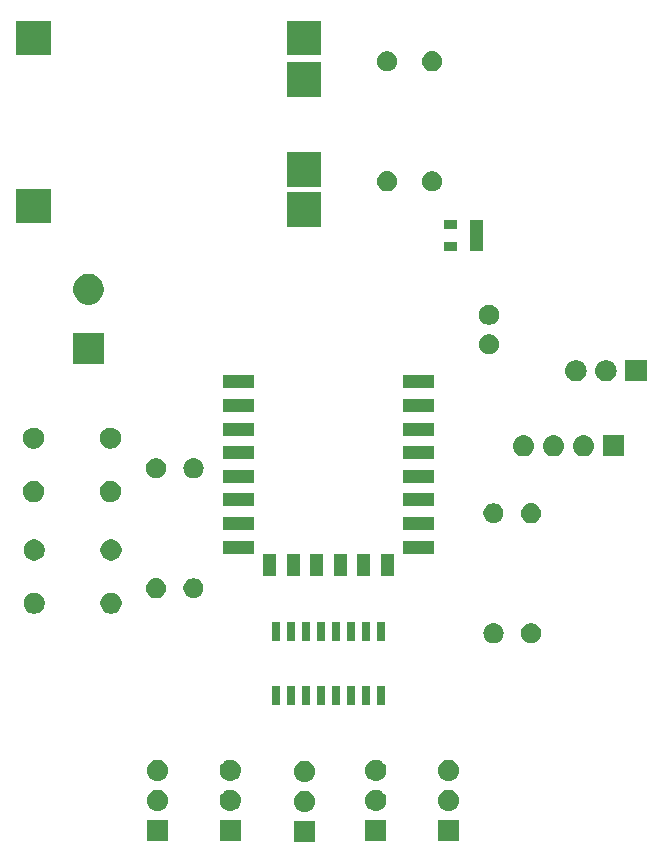
<source format=gbr>
G04 #@! TF.GenerationSoftware,KiCad,Pcbnew,5.0.2-bee76a0~70~ubuntu16.04.1*
G04 #@! TF.CreationDate,2019-08-20T20:13:55+02:00*
G04 #@! TF.ProjectId,connected_garden_pcb,636f6e6e-6563-4746-9564-5f6761726465,rev?*
G04 #@! TF.SameCoordinates,Original*
G04 #@! TF.FileFunction,Soldermask,Top*
G04 #@! TF.FilePolarity,Negative*
%FSLAX46Y46*%
G04 Gerber Fmt 4.6, Leading zero omitted, Abs format (unit mm)*
G04 Created by KiCad (PCBNEW 5.0.2-bee76a0~70~ubuntu16.04.1) date mar. 20 août 2019 20:13:55 CEST*
%MOMM*%
%LPD*%
G01*
G04 APERTURE LIST*
%ADD10C,0.100000*%
G04 APERTURE END LIST*
D10*
G36*
X39509000Y-83705000D02*
X37707000Y-83705000D01*
X37707000Y-81903000D01*
X39509000Y-81903000D01*
X39509000Y-83705000D01*
X39509000Y-83705000D01*
G37*
G36*
X33226968Y-83631712D02*
X31424968Y-83631712D01*
X31424968Y-81829712D01*
X33226968Y-81829712D01*
X33226968Y-83631712D01*
X33226968Y-83631712D01*
G37*
G36*
X27068958Y-83631712D02*
X25266958Y-83631712D01*
X25266958Y-81829712D01*
X27068958Y-81829712D01*
X27068958Y-83631712D01*
X27068958Y-83631712D01*
G37*
G36*
X51701000Y-83631712D02*
X49899000Y-83631712D01*
X49899000Y-81829712D01*
X51701000Y-81829712D01*
X51701000Y-83631712D01*
X51701000Y-83631712D01*
G37*
G36*
X45542988Y-83631712D02*
X43740988Y-83631712D01*
X43740988Y-81829712D01*
X45542988Y-81829712D01*
X45542988Y-83631712D01*
X45542988Y-83631712D01*
G37*
G36*
X38718442Y-79369518D02*
X38784627Y-79376037D01*
X38897853Y-79410384D01*
X38954467Y-79427557D01*
X39093087Y-79501652D01*
X39110991Y-79511222D01*
X39146729Y-79540552D01*
X39248186Y-79623814D01*
X39331448Y-79725271D01*
X39360778Y-79761009D01*
X39360779Y-79761011D01*
X39444443Y-79917533D01*
X39444443Y-79917534D01*
X39495963Y-80087373D01*
X39513359Y-80264000D01*
X39495963Y-80440627D01*
X39466675Y-80537178D01*
X39444443Y-80610467D01*
X39399953Y-80693701D01*
X39360778Y-80766991D01*
X39331448Y-80802729D01*
X39248186Y-80904186D01*
X39146729Y-80987448D01*
X39110991Y-81016778D01*
X39110989Y-81016779D01*
X38954467Y-81100443D01*
X38897853Y-81117616D01*
X38784627Y-81151963D01*
X38718443Y-81158481D01*
X38652260Y-81165000D01*
X38563740Y-81165000D01*
X38497557Y-81158481D01*
X38431373Y-81151963D01*
X38318147Y-81117616D01*
X38261533Y-81100443D01*
X38105011Y-81016779D01*
X38105009Y-81016778D01*
X38069271Y-80987448D01*
X37967814Y-80904186D01*
X37884552Y-80802729D01*
X37855222Y-80766991D01*
X37816047Y-80693701D01*
X37771557Y-80610467D01*
X37749325Y-80537178D01*
X37720037Y-80440627D01*
X37702641Y-80264000D01*
X37720037Y-80087373D01*
X37771557Y-79917534D01*
X37771557Y-79917533D01*
X37855221Y-79761011D01*
X37855222Y-79761009D01*
X37884552Y-79725271D01*
X37967814Y-79623814D01*
X38069271Y-79540552D01*
X38105009Y-79511222D01*
X38122913Y-79501652D01*
X38261533Y-79427557D01*
X38318147Y-79410384D01*
X38431373Y-79376037D01*
X38497558Y-79369518D01*
X38563740Y-79363000D01*
X38652260Y-79363000D01*
X38718442Y-79369518D01*
X38718442Y-79369518D01*
G37*
G36*
X44752431Y-79296231D02*
X44818615Y-79302749D01*
X44931841Y-79337096D01*
X44988455Y-79354269D01*
X45029179Y-79376037D01*
X45144979Y-79437934D01*
X45180717Y-79467264D01*
X45282174Y-79550526D01*
X45365436Y-79651983D01*
X45394766Y-79687721D01*
X45394767Y-79687723D01*
X45478431Y-79844245D01*
X45478431Y-79844246D01*
X45529951Y-80014085D01*
X45547347Y-80190712D01*
X45529951Y-80367339D01*
X45507720Y-80440625D01*
X45478431Y-80537179D01*
X45439257Y-80610467D01*
X45394766Y-80693703D01*
X45365436Y-80729441D01*
X45282174Y-80830898D01*
X45192872Y-80904185D01*
X45144979Y-80943490D01*
X45144977Y-80943491D01*
X44988455Y-81027155D01*
X44931841Y-81044328D01*
X44818615Y-81078675D01*
X44752430Y-81085194D01*
X44686248Y-81091712D01*
X44597728Y-81091712D01*
X44531546Y-81085194D01*
X44465361Y-81078675D01*
X44352135Y-81044328D01*
X44295521Y-81027155D01*
X44138999Y-80943491D01*
X44138997Y-80943490D01*
X44091104Y-80904185D01*
X44001802Y-80830898D01*
X43918540Y-80729441D01*
X43889210Y-80693703D01*
X43844719Y-80610467D01*
X43805545Y-80537179D01*
X43776256Y-80440625D01*
X43754025Y-80367339D01*
X43736629Y-80190712D01*
X43754025Y-80014085D01*
X43805545Y-79844246D01*
X43805545Y-79844245D01*
X43889209Y-79687723D01*
X43889210Y-79687721D01*
X43918540Y-79651983D01*
X44001802Y-79550526D01*
X44103259Y-79467264D01*
X44138997Y-79437934D01*
X44254797Y-79376037D01*
X44295521Y-79354269D01*
X44352135Y-79337096D01*
X44465361Y-79302749D01*
X44531545Y-79296231D01*
X44597728Y-79289712D01*
X44686248Y-79289712D01*
X44752431Y-79296231D01*
X44752431Y-79296231D01*
G37*
G36*
X50910443Y-79296231D02*
X50976627Y-79302749D01*
X51089853Y-79337096D01*
X51146467Y-79354269D01*
X51187191Y-79376037D01*
X51302991Y-79437934D01*
X51338729Y-79467264D01*
X51440186Y-79550526D01*
X51523448Y-79651983D01*
X51552778Y-79687721D01*
X51552779Y-79687723D01*
X51636443Y-79844245D01*
X51636443Y-79844246D01*
X51687963Y-80014085D01*
X51705359Y-80190712D01*
X51687963Y-80367339D01*
X51665732Y-80440625D01*
X51636443Y-80537179D01*
X51597269Y-80610467D01*
X51552778Y-80693703D01*
X51523448Y-80729441D01*
X51440186Y-80830898D01*
X51350884Y-80904185D01*
X51302991Y-80943490D01*
X51302989Y-80943491D01*
X51146467Y-81027155D01*
X51089853Y-81044328D01*
X50976627Y-81078675D01*
X50910442Y-81085194D01*
X50844260Y-81091712D01*
X50755740Y-81091712D01*
X50689558Y-81085194D01*
X50623373Y-81078675D01*
X50510147Y-81044328D01*
X50453533Y-81027155D01*
X50297011Y-80943491D01*
X50297009Y-80943490D01*
X50249116Y-80904185D01*
X50159814Y-80830898D01*
X50076552Y-80729441D01*
X50047222Y-80693703D01*
X50002731Y-80610467D01*
X49963557Y-80537179D01*
X49934268Y-80440625D01*
X49912037Y-80367339D01*
X49894641Y-80190712D01*
X49912037Y-80014085D01*
X49963557Y-79844246D01*
X49963557Y-79844245D01*
X50047221Y-79687723D01*
X50047222Y-79687721D01*
X50076552Y-79651983D01*
X50159814Y-79550526D01*
X50261271Y-79467264D01*
X50297009Y-79437934D01*
X50412809Y-79376037D01*
X50453533Y-79354269D01*
X50510147Y-79337096D01*
X50623373Y-79302749D01*
X50689557Y-79296231D01*
X50755740Y-79289712D01*
X50844260Y-79289712D01*
X50910443Y-79296231D01*
X50910443Y-79296231D01*
G37*
G36*
X32436411Y-79296231D02*
X32502595Y-79302749D01*
X32615821Y-79337096D01*
X32672435Y-79354269D01*
X32713159Y-79376037D01*
X32828959Y-79437934D01*
X32864697Y-79467264D01*
X32966154Y-79550526D01*
X33049416Y-79651983D01*
X33078746Y-79687721D01*
X33078747Y-79687723D01*
X33162411Y-79844245D01*
X33162411Y-79844246D01*
X33213931Y-80014085D01*
X33231327Y-80190712D01*
X33213931Y-80367339D01*
X33191700Y-80440625D01*
X33162411Y-80537179D01*
X33123237Y-80610467D01*
X33078746Y-80693703D01*
X33049416Y-80729441D01*
X32966154Y-80830898D01*
X32876852Y-80904185D01*
X32828959Y-80943490D01*
X32828957Y-80943491D01*
X32672435Y-81027155D01*
X32615821Y-81044328D01*
X32502595Y-81078675D01*
X32436410Y-81085194D01*
X32370228Y-81091712D01*
X32281708Y-81091712D01*
X32215526Y-81085194D01*
X32149341Y-81078675D01*
X32036115Y-81044328D01*
X31979501Y-81027155D01*
X31822979Y-80943491D01*
X31822977Y-80943490D01*
X31775084Y-80904185D01*
X31685782Y-80830898D01*
X31602520Y-80729441D01*
X31573190Y-80693703D01*
X31528699Y-80610467D01*
X31489525Y-80537179D01*
X31460236Y-80440625D01*
X31438005Y-80367339D01*
X31420609Y-80190712D01*
X31438005Y-80014085D01*
X31489525Y-79844246D01*
X31489525Y-79844245D01*
X31573189Y-79687723D01*
X31573190Y-79687721D01*
X31602520Y-79651983D01*
X31685782Y-79550526D01*
X31787239Y-79467264D01*
X31822977Y-79437934D01*
X31938777Y-79376037D01*
X31979501Y-79354269D01*
X32036115Y-79337096D01*
X32149341Y-79302749D01*
X32215525Y-79296231D01*
X32281708Y-79289712D01*
X32370228Y-79289712D01*
X32436411Y-79296231D01*
X32436411Y-79296231D01*
G37*
G36*
X26278401Y-79296231D02*
X26344585Y-79302749D01*
X26457811Y-79337096D01*
X26514425Y-79354269D01*
X26555149Y-79376037D01*
X26670949Y-79437934D01*
X26706687Y-79467264D01*
X26808144Y-79550526D01*
X26891406Y-79651983D01*
X26920736Y-79687721D01*
X26920737Y-79687723D01*
X27004401Y-79844245D01*
X27004401Y-79844246D01*
X27055921Y-80014085D01*
X27073317Y-80190712D01*
X27055921Y-80367339D01*
X27033690Y-80440625D01*
X27004401Y-80537179D01*
X26965227Y-80610467D01*
X26920736Y-80693703D01*
X26891406Y-80729441D01*
X26808144Y-80830898D01*
X26718842Y-80904185D01*
X26670949Y-80943490D01*
X26670947Y-80943491D01*
X26514425Y-81027155D01*
X26457811Y-81044328D01*
X26344585Y-81078675D01*
X26278400Y-81085194D01*
X26212218Y-81091712D01*
X26123698Y-81091712D01*
X26057516Y-81085194D01*
X25991331Y-81078675D01*
X25878105Y-81044328D01*
X25821491Y-81027155D01*
X25664969Y-80943491D01*
X25664967Y-80943490D01*
X25617074Y-80904185D01*
X25527772Y-80830898D01*
X25444510Y-80729441D01*
X25415180Y-80693703D01*
X25370689Y-80610467D01*
X25331515Y-80537179D01*
X25302226Y-80440625D01*
X25279995Y-80367339D01*
X25262599Y-80190712D01*
X25279995Y-80014085D01*
X25331515Y-79844246D01*
X25331515Y-79844245D01*
X25415179Y-79687723D01*
X25415180Y-79687721D01*
X25444510Y-79651983D01*
X25527772Y-79550526D01*
X25629229Y-79467264D01*
X25664967Y-79437934D01*
X25780767Y-79376037D01*
X25821491Y-79354269D01*
X25878105Y-79337096D01*
X25991331Y-79302749D01*
X26057515Y-79296231D01*
X26123698Y-79289712D01*
X26212218Y-79289712D01*
X26278401Y-79296231D01*
X26278401Y-79296231D01*
G37*
G36*
X38718443Y-76829519D02*
X38784627Y-76836037D01*
X38897853Y-76870384D01*
X38954467Y-76887557D01*
X39093087Y-76961652D01*
X39110991Y-76971222D01*
X39146729Y-77000552D01*
X39248186Y-77083814D01*
X39331448Y-77185271D01*
X39360778Y-77221009D01*
X39360779Y-77221011D01*
X39444443Y-77377533D01*
X39444443Y-77377534D01*
X39495963Y-77547373D01*
X39513359Y-77724000D01*
X39495963Y-77900627D01*
X39466675Y-77997178D01*
X39444443Y-78070467D01*
X39399953Y-78153701D01*
X39360778Y-78226991D01*
X39331448Y-78262729D01*
X39248186Y-78364186D01*
X39146729Y-78447448D01*
X39110991Y-78476778D01*
X39110989Y-78476779D01*
X38954467Y-78560443D01*
X38897853Y-78577616D01*
X38784627Y-78611963D01*
X38718442Y-78618482D01*
X38652260Y-78625000D01*
X38563740Y-78625000D01*
X38497558Y-78618482D01*
X38431373Y-78611963D01*
X38318147Y-78577616D01*
X38261533Y-78560443D01*
X38105011Y-78476779D01*
X38105009Y-78476778D01*
X38069271Y-78447448D01*
X37967814Y-78364186D01*
X37884552Y-78262729D01*
X37855222Y-78226991D01*
X37816047Y-78153701D01*
X37771557Y-78070467D01*
X37749325Y-77997178D01*
X37720037Y-77900627D01*
X37702641Y-77724000D01*
X37720037Y-77547373D01*
X37771557Y-77377534D01*
X37771557Y-77377533D01*
X37855221Y-77221011D01*
X37855222Y-77221009D01*
X37884552Y-77185271D01*
X37967814Y-77083814D01*
X38069271Y-77000552D01*
X38105009Y-76971222D01*
X38122913Y-76961652D01*
X38261533Y-76887557D01*
X38318147Y-76870384D01*
X38431373Y-76836037D01*
X38497557Y-76829519D01*
X38563740Y-76823000D01*
X38652260Y-76823000D01*
X38718443Y-76829519D01*
X38718443Y-76829519D01*
G37*
G36*
X50910442Y-76756230D02*
X50976627Y-76762749D01*
X51089853Y-76797096D01*
X51146467Y-76814269D01*
X51187191Y-76836037D01*
X51302991Y-76897934D01*
X51338729Y-76927264D01*
X51440186Y-77010526D01*
X51523448Y-77111983D01*
X51552778Y-77147721D01*
X51552779Y-77147723D01*
X51636443Y-77304245D01*
X51636443Y-77304246D01*
X51687963Y-77474085D01*
X51705359Y-77650712D01*
X51687963Y-77827339D01*
X51665732Y-77900625D01*
X51636443Y-77997179D01*
X51597269Y-78070467D01*
X51552778Y-78153703D01*
X51523448Y-78189441D01*
X51440186Y-78290898D01*
X51350884Y-78364185D01*
X51302991Y-78403490D01*
X51302989Y-78403491D01*
X51146467Y-78487155D01*
X51089853Y-78504328D01*
X50976627Y-78538675D01*
X50910442Y-78545194D01*
X50844260Y-78551712D01*
X50755740Y-78551712D01*
X50689558Y-78545194D01*
X50623373Y-78538675D01*
X50510147Y-78504328D01*
X50453533Y-78487155D01*
X50297011Y-78403491D01*
X50297009Y-78403490D01*
X50249116Y-78364185D01*
X50159814Y-78290898D01*
X50076552Y-78189441D01*
X50047222Y-78153703D01*
X50002731Y-78070467D01*
X49963557Y-77997179D01*
X49934268Y-77900625D01*
X49912037Y-77827339D01*
X49894641Y-77650712D01*
X49912037Y-77474085D01*
X49963557Y-77304246D01*
X49963557Y-77304245D01*
X50047221Y-77147723D01*
X50047222Y-77147721D01*
X50076552Y-77111983D01*
X50159814Y-77010526D01*
X50261271Y-76927264D01*
X50297009Y-76897934D01*
X50412809Y-76836037D01*
X50453533Y-76814269D01*
X50510147Y-76797096D01*
X50623373Y-76762749D01*
X50689558Y-76756230D01*
X50755740Y-76749712D01*
X50844260Y-76749712D01*
X50910442Y-76756230D01*
X50910442Y-76756230D01*
G37*
G36*
X44752430Y-76756230D02*
X44818615Y-76762749D01*
X44931841Y-76797096D01*
X44988455Y-76814269D01*
X45029179Y-76836037D01*
X45144979Y-76897934D01*
X45180717Y-76927264D01*
X45282174Y-77010526D01*
X45365436Y-77111983D01*
X45394766Y-77147721D01*
X45394767Y-77147723D01*
X45478431Y-77304245D01*
X45478431Y-77304246D01*
X45529951Y-77474085D01*
X45547347Y-77650712D01*
X45529951Y-77827339D01*
X45507720Y-77900625D01*
X45478431Y-77997179D01*
X45439257Y-78070467D01*
X45394766Y-78153703D01*
X45365436Y-78189441D01*
X45282174Y-78290898D01*
X45192872Y-78364185D01*
X45144979Y-78403490D01*
X45144977Y-78403491D01*
X44988455Y-78487155D01*
X44931841Y-78504328D01*
X44818615Y-78538675D01*
X44752430Y-78545194D01*
X44686248Y-78551712D01*
X44597728Y-78551712D01*
X44531546Y-78545194D01*
X44465361Y-78538675D01*
X44352135Y-78504328D01*
X44295521Y-78487155D01*
X44138999Y-78403491D01*
X44138997Y-78403490D01*
X44091104Y-78364185D01*
X44001802Y-78290898D01*
X43918540Y-78189441D01*
X43889210Y-78153703D01*
X43844719Y-78070467D01*
X43805545Y-77997179D01*
X43776256Y-77900625D01*
X43754025Y-77827339D01*
X43736629Y-77650712D01*
X43754025Y-77474085D01*
X43805545Y-77304246D01*
X43805545Y-77304245D01*
X43889209Y-77147723D01*
X43889210Y-77147721D01*
X43918540Y-77111983D01*
X44001802Y-77010526D01*
X44103259Y-76927264D01*
X44138997Y-76897934D01*
X44254797Y-76836037D01*
X44295521Y-76814269D01*
X44352135Y-76797096D01*
X44465361Y-76762749D01*
X44531546Y-76756230D01*
X44597728Y-76749712D01*
X44686248Y-76749712D01*
X44752430Y-76756230D01*
X44752430Y-76756230D01*
G37*
G36*
X26278400Y-76756230D02*
X26344585Y-76762749D01*
X26457811Y-76797096D01*
X26514425Y-76814269D01*
X26555149Y-76836037D01*
X26670949Y-76897934D01*
X26706687Y-76927264D01*
X26808144Y-77010526D01*
X26891406Y-77111983D01*
X26920736Y-77147721D01*
X26920737Y-77147723D01*
X27004401Y-77304245D01*
X27004401Y-77304246D01*
X27055921Y-77474085D01*
X27073317Y-77650712D01*
X27055921Y-77827339D01*
X27033690Y-77900625D01*
X27004401Y-77997179D01*
X26965227Y-78070467D01*
X26920736Y-78153703D01*
X26891406Y-78189441D01*
X26808144Y-78290898D01*
X26718842Y-78364185D01*
X26670949Y-78403490D01*
X26670947Y-78403491D01*
X26514425Y-78487155D01*
X26457811Y-78504328D01*
X26344585Y-78538675D01*
X26278400Y-78545194D01*
X26212218Y-78551712D01*
X26123698Y-78551712D01*
X26057516Y-78545194D01*
X25991331Y-78538675D01*
X25878105Y-78504328D01*
X25821491Y-78487155D01*
X25664969Y-78403491D01*
X25664967Y-78403490D01*
X25617074Y-78364185D01*
X25527772Y-78290898D01*
X25444510Y-78189441D01*
X25415180Y-78153703D01*
X25370689Y-78070467D01*
X25331515Y-77997179D01*
X25302226Y-77900625D01*
X25279995Y-77827339D01*
X25262599Y-77650712D01*
X25279995Y-77474085D01*
X25331515Y-77304246D01*
X25331515Y-77304245D01*
X25415179Y-77147723D01*
X25415180Y-77147721D01*
X25444510Y-77111983D01*
X25527772Y-77010526D01*
X25629229Y-76927264D01*
X25664967Y-76897934D01*
X25780767Y-76836037D01*
X25821491Y-76814269D01*
X25878105Y-76797096D01*
X25991331Y-76762749D01*
X26057516Y-76756230D01*
X26123698Y-76749712D01*
X26212218Y-76749712D01*
X26278400Y-76756230D01*
X26278400Y-76756230D01*
G37*
G36*
X32436410Y-76756230D02*
X32502595Y-76762749D01*
X32615821Y-76797096D01*
X32672435Y-76814269D01*
X32713159Y-76836037D01*
X32828959Y-76897934D01*
X32864697Y-76927264D01*
X32966154Y-77010526D01*
X33049416Y-77111983D01*
X33078746Y-77147721D01*
X33078747Y-77147723D01*
X33162411Y-77304245D01*
X33162411Y-77304246D01*
X33213931Y-77474085D01*
X33231327Y-77650712D01*
X33213931Y-77827339D01*
X33191700Y-77900625D01*
X33162411Y-77997179D01*
X33123237Y-78070467D01*
X33078746Y-78153703D01*
X33049416Y-78189441D01*
X32966154Y-78290898D01*
X32876852Y-78364185D01*
X32828959Y-78403490D01*
X32828957Y-78403491D01*
X32672435Y-78487155D01*
X32615821Y-78504328D01*
X32502595Y-78538675D01*
X32436410Y-78545194D01*
X32370228Y-78551712D01*
X32281708Y-78551712D01*
X32215526Y-78545194D01*
X32149341Y-78538675D01*
X32036115Y-78504328D01*
X31979501Y-78487155D01*
X31822979Y-78403491D01*
X31822977Y-78403490D01*
X31775084Y-78364185D01*
X31685782Y-78290898D01*
X31602520Y-78189441D01*
X31573190Y-78153703D01*
X31528699Y-78070467D01*
X31489525Y-77997179D01*
X31460236Y-77900625D01*
X31438005Y-77827339D01*
X31420609Y-77650712D01*
X31438005Y-77474085D01*
X31489525Y-77304246D01*
X31489525Y-77304245D01*
X31573189Y-77147723D01*
X31573190Y-77147721D01*
X31602520Y-77111983D01*
X31685782Y-77010526D01*
X31787239Y-76927264D01*
X31822977Y-76897934D01*
X31938777Y-76836037D01*
X31979501Y-76814269D01*
X32036115Y-76797096D01*
X32149341Y-76762749D01*
X32215526Y-76756230D01*
X32281708Y-76749712D01*
X32370228Y-76749712D01*
X32436410Y-76756230D01*
X32436410Y-76756230D01*
G37*
G36*
X37816000Y-72081000D02*
X37114000Y-72081000D01*
X37114000Y-70479000D01*
X37816000Y-70479000D01*
X37816000Y-72081000D01*
X37816000Y-72081000D01*
G37*
G36*
X44166000Y-72081000D02*
X43464000Y-72081000D01*
X43464000Y-70479000D01*
X44166000Y-70479000D01*
X44166000Y-72081000D01*
X44166000Y-72081000D01*
G37*
G36*
X42896000Y-72081000D02*
X42194000Y-72081000D01*
X42194000Y-70479000D01*
X42896000Y-70479000D01*
X42896000Y-72081000D01*
X42896000Y-72081000D01*
G37*
G36*
X41626000Y-72081000D02*
X40924000Y-72081000D01*
X40924000Y-70479000D01*
X41626000Y-70479000D01*
X41626000Y-72081000D01*
X41626000Y-72081000D01*
G37*
G36*
X40356000Y-72081000D02*
X39654000Y-72081000D01*
X39654000Y-70479000D01*
X40356000Y-70479000D01*
X40356000Y-72081000D01*
X40356000Y-72081000D01*
G37*
G36*
X39086000Y-72081000D02*
X38384000Y-72081000D01*
X38384000Y-70479000D01*
X39086000Y-70479000D01*
X39086000Y-72081000D01*
X39086000Y-72081000D01*
G37*
G36*
X36546000Y-72081000D02*
X35844000Y-72081000D01*
X35844000Y-70479000D01*
X36546000Y-70479000D01*
X36546000Y-72081000D01*
X36546000Y-72081000D01*
G37*
G36*
X45436000Y-72081000D02*
X44734000Y-72081000D01*
X44734000Y-70479000D01*
X45436000Y-70479000D01*
X45436000Y-72081000D01*
X45436000Y-72081000D01*
G37*
G36*
X54776821Y-65201313D02*
X54776824Y-65201314D01*
X54776825Y-65201314D01*
X54937239Y-65249975D01*
X54937241Y-65249976D01*
X54937244Y-65249977D01*
X55085078Y-65328995D01*
X55214659Y-65435341D01*
X55321005Y-65564922D01*
X55400023Y-65712756D01*
X55400024Y-65712759D01*
X55400025Y-65712761D01*
X55448686Y-65873175D01*
X55448687Y-65873179D01*
X55465117Y-66040000D01*
X55448687Y-66206821D01*
X55448686Y-66206824D01*
X55448686Y-66206825D01*
X55423993Y-66288228D01*
X55400023Y-66367244D01*
X55321005Y-66515078D01*
X55214659Y-66644659D01*
X55085078Y-66751005D01*
X54937244Y-66830023D01*
X54937241Y-66830024D01*
X54937239Y-66830025D01*
X54776825Y-66878686D01*
X54776824Y-66878686D01*
X54776821Y-66878687D01*
X54651804Y-66891000D01*
X54568196Y-66891000D01*
X54443179Y-66878687D01*
X54443176Y-66878686D01*
X54443175Y-66878686D01*
X54282761Y-66830025D01*
X54282759Y-66830024D01*
X54282756Y-66830023D01*
X54134922Y-66751005D01*
X54005341Y-66644659D01*
X53898995Y-66515078D01*
X53819977Y-66367244D01*
X53796008Y-66288228D01*
X53771314Y-66206825D01*
X53771314Y-66206824D01*
X53771313Y-66206821D01*
X53754883Y-66040000D01*
X53771313Y-65873179D01*
X53771314Y-65873175D01*
X53819975Y-65712761D01*
X53819976Y-65712759D01*
X53819977Y-65712756D01*
X53898995Y-65564922D01*
X54005341Y-65435341D01*
X54134922Y-65328995D01*
X54282756Y-65249977D01*
X54282759Y-65249976D01*
X54282761Y-65249975D01*
X54443175Y-65201314D01*
X54443176Y-65201314D01*
X54443179Y-65201313D01*
X54568196Y-65189000D01*
X54651804Y-65189000D01*
X54776821Y-65201313D01*
X54776821Y-65201313D01*
G37*
G36*
X58033228Y-65221703D02*
X58188100Y-65285853D01*
X58327481Y-65378985D01*
X58446015Y-65497519D01*
X58539147Y-65636900D01*
X58603297Y-65791772D01*
X58636000Y-65956184D01*
X58636000Y-66123816D01*
X58603297Y-66288228D01*
X58539147Y-66443100D01*
X58446015Y-66582481D01*
X58327481Y-66701015D01*
X58188100Y-66794147D01*
X58033228Y-66858297D01*
X57868816Y-66891000D01*
X57701184Y-66891000D01*
X57536772Y-66858297D01*
X57381900Y-66794147D01*
X57242519Y-66701015D01*
X57123985Y-66582481D01*
X57030853Y-66443100D01*
X56966703Y-66288228D01*
X56934000Y-66123816D01*
X56934000Y-65956184D01*
X56966703Y-65791772D01*
X57030853Y-65636900D01*
X57123985Y-65497519D01*
X57242519Y-65378985D01*
X57381900Y-65285853D01*
X57536772Y-65221703D01*
X57701184Y-65189000D01*
X57868816Y-65189000D01*
X58033228Y-65221703D01*
X58033228Y-65221703D01*
G37*
G36*
X36546000Y-66681000D02*
X35844000Y-66681000D01*
X35844000Y-65079000D01*
X36546000Y-65079000D01*
X36546000Y-66681000D01*
X36546000Y-66681000D01*
G37*
G36*
X37816000Y-66681000D02*
X37114000Y-66681000D01*
X37114000Y-65079000D01*
X37816000Y-65079000D01*
X37816000Y-66681000D01*
X37816000Y-66681000D01*
G37*
G36*
X45436000Y-66681000D02*
X44734000Y-66681000D01*
X44734000Y-65079000D01*
X45436000Y-65079000D01*
X45436000Y-66681000D01*
X45436000Y-66681000D01*
G37*
G36*
X44166000Y-66681000D02*
X43464000Y-66681000D01*
X43464000Y-65079000D01*
X44166000Y-65079000D01*
X44166000Y-66681000D01*
X44166000Y-66681000D01*
G37*
G36*
X42896000Y-66681000D02*
X42194000Y-66681000D01*
X42194000Y-65079000D01*
X42896000Y-65079000D01*
X42896000Y-66681000D01*
X42896000Y-66681000D01*
G37*
G36*
X41626000Y-66681000D02*
X40924000Y-66681000D01*
X40924000Y-65079000D01*
X41626000Y-65079000D01*
X41626000Y-66681000D01*
X41626000Y-66681000D01*
G37*
G36*
X40356000Y-66681000D02*
X39654000Y-66681000D01*
X39654000Y-65079000D01*
X40356000Y-65079000D01*
X40356000Y-66681000D01*
X40356000Y-66681000D01*
G37*
G36*
X39086000Y-66681000D02*
X38384000Y-66681000D01*
X38384000Y-65079000D01*
X39086000Y-65079000D01*
X39086000Y-66681000D01*
X39086000Y-66681000D01*
G37*
G36*
X22487812Y-62633624D02*
X22651784Y-62701544D01*
X22799354Y-62800147D01*
X22924853Y-62925646D01*
X23023456Y-63073216D01*
X23091376Y-63237188D01*
X23126000Y-63411259D01*
X23126000Y-63588741D01*
X23091376Y-63762812D01*
X23023456Y-63926784D01*
X22924853Y-64074354D01*
X22799354Y-64199853D01*
X22651784Y-64298456D01*
X22487812Y-64366376D01*
X22313741Y-64401000D01*
X22136259Y-64401000D01*
X21962188Y-64366376D01*
X21798216Y-64298456D01*
X21650646Y-64199853D01*
X21525147Y-64074354D01*
X21426544Y-63926784D01*
X21358624Y-63762812D01*
X21324000Y-63588741D01*
X21324000Y-63411259D01*
X21358624Y-63237188D01*
X21426544Y-63073216D01*
X21525147Y-62925646D01*
X21650646Y-62800147D01*
X21798216Y-62701544D01*
X21962188Y-62633624D01*
X22136259Y-62599000D01*
X22313741Y-62599000D01*
X22487812Y-62633624D01*
X22487812Y-62633624D01*
G37*
G36*
X15987812Y-62633624D02*
X16151784Y-62701544D01*
X16299354Y-62800147D01*
X16424853Y-62925646D01*
X16523456Y-63073216D01*
X16591376Y-63237188D01*
X16626000Y-63411259D01*
X16626000Y-63588741D01*
X16591376Y-63762812D01*
X16523456Y-63926784D01*
X16424853Y-64074354D01*
X16299354Y-64199853D01*
X16151784Y-64298456D01*
X15987812Y-64366376D01*
X15813741Y-64401000D01*
X15636259Y-64401000D01*
X15462188Y-64366376D01*
X15298216Y-64298456D01*
X15150646Y-64199853D01*
X15025147Y-64074354D01*
X14926544Y-63926784D01*
X14858624Y-63762812D01*
X14824000Y-63588741D01*
X14824000Y-63411259D01*
X14858624Y-63237188D01*
X14926544Y-63073216D01*
X15025147Y-62925646D01*
X15150646Y-62800147D01*
X15298216Y-62701544D01*
X15462188Y-62633624D01*
X15636259Y-62599000D01*
X15813741Y-62599000D01*
X15987812Y-62633624D01*
X15987812Y-62633624D01*
G37*
G36*
X26201821Y-61391313D02*
X26201824Y-61391314D01*
X26201825Y-61391314D01*
X26362239Y-61439975D01*
X26362241Y-61439976D01*
X26362244Y-61439977D01*
X26510078Y-61518995D01*
X26639659Y-61625341D01*
X26746005Y-61754922D01*
X26825023Y-61902756D01*
X26825024Y-61902759D01*
X26825025Y-61902761D01*
X26873686Y-62063175D01*
X26873687Y-62063179D01*
X26890117Y-62230000D01*
X26873687Y-62396821D01*
X26873686Y-62396824D01*
X26873686Y-62396825D01*
X26848993Y-62478228D01*
X26825023Y-62557244D01*
X26746005Y-62705078D01*
X26639659Y-62834659D01*
X26510078Y-62941005D01*
X26362244Y-63020023D01*
X26362241Y-63020024D01*
X26362239Y-63020025D01*
X26201825Y-63068686D01*
X26201824Y-63068686D01*
X26201821Y-63068687D01*
X26076804Y-63081000D01*
X25993196Y-63081000D01*
X25868179Y-63068687D01*
X25868176Y-63068686D01*
X25868175Y-63068686D01*
X25707761Y-63020025D01*
X25707759Y-63020024D01*
X25707756Y-63020023D01*
X25559922Y-62941005D01*
X25430341Y-62834659D01*
X25323995Y-62705078D01*
X25244977Y-62557244D01*
X25221008Y-62478228D01*
X25196314Y-62396825D01*
X25196314Y-62396824D01*
X25196313Y-62396821D01*
X25179883Y-62230000D01*
X25196313Y-62063179D01*
X25196314Y-62063175D01*
X25244975Y-61902761D01*
X25244976Y-61902759D01*
X25244977Y-61902756D01*
X25323995Y-61754922D01*
X25430341Y-61625341D01*
X25559922Y-61518995D01*
X25707756Y-61439977D01*
X25707759Y-61439976D01*
X25707761Y-61439975D01*
X25868175Y-61391314D01*
X25868176Y-61391314D01*
X25868179Y-61391313D01*
X25993196Y-61379000D01*
X26076804Y-61379000D01*
X26201821Y-61391313D01*
X26201821Y-61391313D01*
G37*
G36*
X29458228Y-61411703D02*
X29613100Y-61475853D01*
X29752481Y-61568985D01*
X29871015Y-61687519D01*
X29964147Y-61826900D01*
X30028297Y-61981772D01*
X30061000Y-62146184D01*
X30061000Y-62313816D01*
X30028297Y-62478228D01*
X29964147Y-62633100D01*
X29871015Y-62772481D01*
X29752481Y-62891015D01*
X29613100Y-62984147D01*
X29458228Y-63048297D01*
X29293816Y-63081000D01*
X29126184Y-63081000D01*
X28961772Y-63048297D01*
X28806900Y-62984147D01*
X28667519Y-62891015D01*
X28548985Y-62772481D01*
X28455853Y-62633100D01*
X28391703Y-62478228D01*
X28359000Y-62313816D01*
X28359000Y-62146184D01*
X28391703Y-61981772D01*
X28455853Y-61826900D01*
X28548985Y-61687519D01*
X28667519Y-61568985D01*
X28806900Y-61475853D01*
X28961772Y-61411703D01*
X29126184Y-61379000D01*
X29293816Y-61379000D01*
X29458228Y-61411703D01*
X29458228Y-61411703D01*
G37*
G36*
X44191000Y-61211000D02*
X43089000Y-61211000D01*
X43089000Y-59309000D01*
X44191000Y-59309000D01*
X44191000Y-61211000D01*
X44191000Y-61211000D01*
G37*
G36*
X38191000Y-61211000D02*
X37089000Y-61211000D01*
X37089000Y-59309000D01*
X38191000Y-59309000D01*
X38191000Y-61211000D01*
X38191000Y-61211000D01*
G37*
G36*
X36191000Y-61211000D02*
X35089000Y-61211000D01*
X35089000Y-59309000D01*
X36191000Y-59309000D01*
X36191000Y-61211000D01*
X36191000Y-61211000D01*
G37*
G36*
X40191000Y-61211000D02*
X39089000Y-61211000D01*
X39089000Y-59309000D01*
X40191000Y-59309000D01*
X40191000Y-61211000D01*
X40191000Y-61211000D01*
G37*
G36*
X42191000Y-61211000D02*
X41089000Y-61211000D01*
X41089000Y-59309000D01*
X42191000Y-59309000D01*
X42191000Y-61211000D01*
X42191000Y-61211000D01*
G37*
G36*
X46191000Y-61211000D02*
X45089000Y-61211000D01*
X45089000Y-59309000D01*
X46191000Y-59309000D01*
X46191000Y-61211000D01*
X46191000Y-61211000D01*
G37*
G36*
X15987812Y-58133624D02*
X16151784Y-58201544D01*
X16299354Y-58300147D01*
X16424853Y-58425646D01*
X16523456Y-58573216D01*
X16591376Y-58737188D01*
X16626000Y-58911259D01*
X16626000Y-59088741D01*
X16591376Y-59262812D01*
X16523456Y-59426784D01*
X16424853Y-59574354D01*
X16299354Y-59699853D01*
X16151784Y-59798456D01*
X15987812Y-59866376D01*
X15813741Y-59901000D01*
X15636259Y-59901000D01*
X15462188Y-59866376D01*
X15298216Y-59798456D01*
X15150646Y-59699853D01*
X15025147Y-59574354D01*
X14926544Y-59426784D01*
X14858624Y-59262812D01*
X14824000Y-59088741D01*
X14824000Y-58911259D01*
X14858624Y-58737188D01*
X14926544Y-58573216D01*
X15025147Y-58425646D01*
X15150646Y-58300147D01*
X15298216Y-58201544D01*
X15462188Y-58133624D01*
X15636259Y-58099000D01*
X15813741Y-58099000D01*
X15987812Y-58133624D01*
X15987812Y-58133624D01*
G37*
G36*
X22487812Y-58133624D02*
X22651784Y-58201544D01*
X22799354Y-58300147D01*
X22924853Y-58425646D01*
X23023456Y-58573216D01*
X23091376Y-58737188D01*
X23126000Y-58911259D01*
X23126000Y-59088741D01*
X23091376Y-59262812D01*
X23023456Y-59426784D01*
X22924853Y-59574354D01*
X22799354Y-59699853D01*
X22651784Y-59798456D01*
X22487812Y-59866376D01*
X22313741Y-59901000D01*
X22136259Y-59901000D01*
X21962188Y-59866376D01*
X21798216Y-59798456D01*
X21650646Y-59699853D01*
X21525147Y-59574354D01*
X21426544Y-59426784D01*
X21358624Y-59262812D01*
X21324000Y-59088741D01*
X21324000Y-58911259D01*
X21358624Y-58737188D01*
X21426544Y-58573216D01*
X21525147Y-58425646D01*
X21650646Y-58300147D01*
X21798216Y-58201544D01*
X21962188Y-58133624D01*
X22136259Y-58099000D01*
X22313741Y-58099000D01*
X22487812Y-58133624D01*
X22487812Y-58133624D01*
G37*
G36*
X34341000Y-59311000D02*
X31739000Y-59311000D01*
X31739000Y-58209000D01*
X34341000Y-58209000D01*
X34341000Y-59311000D01*
X34341000Y-59311000D01*
G37*
G36*
X49541000Y-59311000D02*
X46939000Y-59311000D01*
X46939000Y-58209000D01*
X49541000Y-58209000D01*
X49541000Y-59311000D01*
X49541000Y-59311000D01*
G37*
G36*
X49541000Y-57311000D02*
X46939000Y-57311000D01*
X46939000Y-56209000D01*
X49541000Y-56209000D01*
X49541000Y-57311000D01*
X49541000Y-57311000D01*
G37*
G36*
X34341000Y-57311000D02*
X31739000Y-57311000D01*
X31739000Y-56209000D01*
X34341000Y-56209000D01*
X34341000Y-57311000D01*
X34341000Y-57311000D01*
G37*
G36*
X57951821Y-55041313D02*
X57951824Y-55041314D01*
X57951825Y-55041314D01*
X58112239Y-55089975D01*
X58112241Y-55089976D01*
X58112244Y-55089977D01*
X58260078Y-55168995D01*
X58389659Y-55275341D01*
X58496005Y-55404922D01*
X58575023Y-55552756D01*
X58575024Y-55552759D01*
X58575025Y-55552761D01*
X58623686Y-55713175D01*
X58623687Y-55713179D01*
X58640117Y-55880000D01*
X58623687Y-56046821D01*
X58623686Y-56046824D01*
X58623686Y-56046825D01*
X58598993Y-56128228D01*
X58575023Y-56207244D01*
X58496005Y-56355078D01*
X58389659Y-56484659D01*
X58260078Y-56591005D01*
X58112244Y-56670023D01*
X58112241Y-56670024D01*
X58112239Y-56670025D01*
X57951825Y-56718686D01*
X57951824Y-56718686D01*
X57951821Y-56718687D01*
X57826804Y-56731000D01*
X57743196Y-56731000D01*
X57618179Y-56718687D01*
X57618176Y-56718686D01*
X57618175Y-56718686D01*
X57457761Y-56670025D01*
X57457759Y-56670024D01*
X57457756Y-56670023D01*
X57309922Y-56591005D01*
X57180341Y-56484659D01*
X57073995Y-56355078D01*
X56994977Y-56207244D01*
X56971008Y-56128228D01*
X56946314Y-56046825D01*
X56946314Y-56046824D01*
X56946313Y-56046821D01*
X56929883Y-55880000D01*
X56946313Y-55713179D01*
X56946314Y-55713175D01*
X56994975Y-55552761D01*
X56994976Y-55552759D01*
X56994977Y-55552756D01*
X57073995Y-55404922D01*
X57180341Y-55275341D01*
X57309922Y-55168995D01*
X57457756Y-55089977D01*
X57457759Y-55089976D01*
X57457761Y-55089975D01*
X57618175Y-55041314D01*
X57618176Y-55041314D01*
X57618179Y-55041313D01*
X57743196Y-55029000D01*
X57826804Y-55029000D01*
X57951821Y-55041313D01*
X57951821Y-55041313D01*
G37*
G36*
X54858228Y-55061703D02*
X55013100Y-55125853D01*
X55152481Y-55218985D01*
X55271015Y-55337519D01*
X55364147Y-55476900D01*
X55428297Y-55631772D01*
X55461000Y-55796184D01*
X55461000Y-55963816D01*
X55428297Y-56128228D01*
X55364147Y-56283100D01*
X55271015Y-56422481D01*
X55152481Y-56541015D01*
X55013100Y-56634147D01*
X54858228Y-56698297D01*
X54693816Y-56731000D01*
X54526184Y-56731000D01*
X54361772Y-56698297D01*
X54206900Y-56634147D01*
X54067519Y-56541015D01*
X53948985Y-56422481D01*
X53855853Y-56283100D01*
X53791703Y-56128228D01*
X53759000Y-55963816D01*
X53759000Y-55796184D01*
X53791703Y-55631772D01*
X53855853Y-55476900D01*
X53948985Y-55337519D01*
X54067519Y-55218985D01*
X54206900Y-55125853D01*
X54361772Y-55061703D01*
X54526184Y-55029000D01*
X54693816Y-55029000D01*
X54858228Y-55061703D01*
X54858228Y-55061703D01*
G37*
G36*
X34341000Y-55311000D02*
X31739000Y-55311000D01*
X31739000Y-54209000D01*
X34341000Y-54209000D01*
X34341000Y-55311000D01*
X34341000Y-55311000D01*
G37*
G36*
X49541000Y-55311000D02*
X46939000Y-55311000D01*
X46939000Y-54209000D01*
X49541000Y-54209000D01*
X49541000Y-55311000D01*
X49541000Y-55311000D01*
G37*
G36*
X22437812Y-53163624D02*
X22601784Y-53231544D01*
X22749354Y-53330147D01*
X22874853Y-53455646D01*
X22973456Y-53603216D01*
X23041376Y-53767188D01*
X23076000Y-53941259D01*
X23076000Y-54118741D01*
X23041376Y-54292812D01*
X22973456Y-54456784D01*
X22874853Y-54604354D01*
X22749354Y-54729853D01*
X22601784Y-54828456D01*
X22437812Y-54896376D01*
X22263741Y-54931000D01*
X22086259Y-54931000D01*
X21912188Y-54896376D01*
X21748216Y-54828456D01*
X21600646Y-54729853D01*
X21475147Y-54604354D01*
X21376544Y-54456784D01*
X21308624Y-54292812D01*
X21274000Y-54118741D01*
X21274000Y-53941259D01*
X21308624Y-53767188D01*
X21376544Y-53603216D01*
X21475147Y-53455646D01*
X21600646Y-53330147D01*
X21748216Y-53231544D01*
X21912188Y-53163624D01*
X22086259Y-53129000D01*
X22263741Y-53129000D01*
X22437812Y-53163624D01*
X22437812Y-53163624D01*
G37*
G36*
X15937812Y-53163624D02*
X16101784Y-53231544D01*
X16249354Y-53330147D01*
X16374853Y-53455646D01*
X16473456Y-53603216D01*
X16541376Y-53767188D01*
X16576000Y-53941259D01*
X16576000Y-54118741D01*
X16541376Y-54292812D01*
X16473456Y-54456784D01*
X16374853Y-54604354D01*
X16249354Y-54729853D01*
X16101784Y-54828456D01*
X15937812Y-54896376D01*
X15763741Y-54931000D01*
X15586259Y-54931000D01*
X15412188Y-54896376D01*
X15248216Y-54828456D01*
X15100646Y-54729853D01*
X14975147Y-54604354D01*
X14876544Y-54456784D01*
X14808624Y-54292812D01*
X14774000Y-54118741D01*
X14774000Y-53941259D01*
X14808624Y-53767188D01*
X14876544Y-53603216D01*
X14975147Y-53455646D01*
X15100646Y-53330147D01*
X15248216Y-53231544D01*
X15412188Y-53163624D01*
X15586259Y-53129000D01*
X15763741Y-53129000D01*
X15937812Y-53163624D01*
X15937812Y-53163624D01*
G37*
G36*
X34341000Y-53311000D02*
X31739000Y-53311000D01*
X31739000Y-52209000D01*
X34341000Y-52209000D01*
X34341000Y-53311000D01*
X34341000Y-53311000D01*
G37*
G36*
X49541000Y-53311000D02*
X46939000Y-53311000D01*
X46939000Y-52209000D01*
X49541000Y-52209000D01*
X49541000Y-53311000D01*
X49541000Y-53311000D01*
G37*
G36*
X29376821Y-51231313D02*
X29376824Y-51231314D01*
X29376825Y-51231314D01*
X29537239Y-51279975D01*
X29537241Y-51279976D01*
X29537244Y-51279977D01*
X29685078Y-51358995D01*
X29814659Y-51465341D01*
X29921005Y-51594922D01*
X30000023Y-51742756D01*
X30000024Y-51742759D01*
X30000025Y-51742761D01*
X30048686Y-51903175D01*
X30048687Y-51903179D01*
X30065117Y-52070000D01*
X30048687Y-52236821D01*
X30048686Y-52236824D01*
X30048686Y-52236825D01*
X30023993Y-52318228D01*
X30000023Y-52397244D01*
X29921005Y-52545078D01*
X29814659Y-52674659D01*
X29685078Y-52781005D01*
X29537244Y-52860023D01*
X29537241Y-52860024D01*
X29537239Y-52860025D01*
X29376825Y-52908686D01*
X29376824Y-52908686D01*
X29376821Y-52908687D01*
X29251804Y-52921000D01*
X29168196Y-52921000D01*
X29043179Y-52908687D01*
X29043176Y-52908686D01*
X29043175Y-52908686D01*
X28882761Y-52860025D01*
X28882759Y-52860024D01*
X28882756Y-52860023D01*
X28734922Y-52781005D01*
X28605341Y-52674659D01*
X28498995Y-52545078D01*
X28419977Y-52397244D01*
X28396008Y-52318228D01*
X28371314Y-52236825D01*
X28371314Y-52236824D01*
X28371313Y-52236821D01*
X28354883Y-52070000D01*
X28371313Y-51903179D01*
X28371314Y-51903175D01*
X28419975Y-51742761D01*
X28419976Y-51742759D01*
X28419977Y-51742756D01*
X28498995Y-51594922D01*
X28605341Y-51465341D01*
X28734922Y-51358995D01*
X28882756Y-51279977D01*
X28882759Y-51279976D01*
X28882761Y-51279975D01*
X29043175Y-51231314D01*
X29043176Y-51231314D01*
X29043179Y-51231313D01*
X29168196Y-51219000D01*
X29251804Y-51219000D01*
X29376821Y-51231313D01*
X29376821Y-51231313D01*
G37*
G36*
X26283228Y-51251703D02*
X26438100Y-51315853D01*
X26577481Y-51408985D01*
X26696015Y-51527519D01*
X26789147Y-51666900D01*
X26853297Y-51821772D01*
X26886000Y-51986184D01*
X26886000Y-52153816D01*
X26853297Y-52318228D01*
X26789147Y-52473100D01*
X26696015Y-52612481D01*
X26577481Y-52731015D01*
X26438100Y-52824147D01*
X26283228Y-52888297D01*
X26118816Y-52921000D01*
X25951184Y-52921000D01*
X25786772Y-52888297D01*
X25631900Y-52824147D01*
X25492519Y-52731015D01*
X25373985Y-52612481D01*
X25280853Y-52473100D01*
X25216703Y-52318228D01*
X25184000Y-52153816D01*
X25184000Y-51986184D01*
X25216703Y-51821772D01*
X25280853Y-51666900D01*
X25373985Y-51527519D01*
X25492519Y-51408985D01*
X25631900Y-51315853D01*
X25786772Y-51251703D01*
X25951184Y-51219000D01*
X26118816Y-51219000D01*
X26283228Y-51251703D01*
X26283228Y-51251703D01*
G37*
G36*
X34341000Y-51311000D02*
X31739000Y-51311000D01*
X31739000Y-50209000D01*
X34341000Y-50209000D01*
X34341000Y-51311000D01*
X34341000Y-51311000D01*
G37*
G36*
X49541000Y-51311000D02*
X46939000Y-51311000D01*
X46939000Y-50209000D01*
X49541000Y-50209000D01*
X49541000Y-51311000D01*
X49541000Y-51311000D01*
G37*
G36*
X57260443Y-49270519D02*
X57326627Y-49277037D01*
X57438588Y-49311000D01*
X57496467Y-49328557D01*
X57635087Y-49402652D01*
X57652991Y-49412222D01*
X57688372Y-49441259D01*
X57790186Y-49524814D01*
X57867269Y-49618741D01*
X57902778Y-49662009D01*
X57902779Y-49662011D01*
X57986443Y-49818533D01*
X57986443Y-49818534D01*
X58037963Y-49988373D01*
X58055359Y-50165000D01*
X58037963Y-50341627D01*
X58021355Y-50396375D01*
X57986443Y-50511467D01*
X57912348Y-50650087D01*
X57902778Y-50667991D01*
X57873448Y-50703729D01*
X57790186Y-50805186D01*
X57688729Y-50888448D01*
X57652991Y-50917778D01*
X57652989Y-50917779D01*
X57496467Y-51001443D01*
X57439853Y-51018616D01*
X57326627Y-51052963D01*
X57260443Y-51059481D01*
X57194260Y-51066000D01*
X57105740Y-51066000D01*
X57039557Y-51059481D01*
X56973373Y-51052963D01*
X56860147Y-51018616D01*
X56803533Y-51001443D01*
X56647011Y-50917779D01*
X56647009Y-50917778D01*
X56611271Y-50888448D01*
X56509814Y-50805186D01*
X56426552Y-50703729D01*
X56397222Y-50667991D01*
X56387652Y-50650087D01*
X56313557Y-50511467D01*
X56278645Y-50396375D01*
X56262037Y-50341627D01*
X56244641Y-50165000D01*
X56262037Y-49988373D01*
X56313557Y-49818534D01*
X56313557Y-49818533D01*
X56397221Y-49662011D01*
X56397222Y-49662009D01*
X56432731Y-49618741D01*
X56509814Y-49524814D01*
X56611628Y-49441259D01*
X56647009Y-49412222D01*
X56664913Y-49402652D01*
X56803533Y-49328557D01*
X56861412Y-49311000D01*
X56973373Y-49277037D01*
X57039558Y-49270518D01*
X57105740Y-49264000D01*
X57194260Y-49264000D01*
X57260443Y-49270519D01*
X57260443Y-49270519D01*
G37*
G36*
X65671000Y-51066000D02*
X63869000Y-51066000D01*
X63869000Y-49264000D01*
X65671000Y-49264000D01*
X65671000Y-51066000D01*
X65671000Y-51066000D01*
G37*
G36*
X59800443Y-49270519D02*
X59866627Y-49277037D01*
X59978588Y-49311000D01*
X60036467Y-49328557D01*
X60175087Y-49402652D01*
X60192991Y-49412222D01*
X60228372Y-49441259D01*
X60330186Y-49524814D01*
X60407269Y-49618741D01*
X60442778Y-49662009D01*
X60442779Y-49662011D01*
X60526443Y-49818533D01*
X60526443Y-49818534D01*
X60577963Y-49988373D01*
X60595359Y-50165000D01*
X60577963Y-50341627D01*
X60561355Y-50396375D01*
X60526443Y-50511467D01*
X60452348Y-50650087D01*
X60442778Y-50667991D01*
X60413448Y-50703729D01*
X60330186Y-50805186D01*
X60228729Y-50888448D01*
X60192991Y-50917778D01*
X60192989Y-50917779D01*
X60036467Y-51001443D01*
X59979853Y-51018616D01*
X59866627Y-51052963D01*
X59800443Y-51059481D01*
X59734260Y-51066000D01*
X59645740Y-51066000D01*
X59579557Y-51059481D01*
X59513373Y-51052963D01*
X59400147Y-51018616D01*
X59343533Y-51001443D01*
X59187011Y-50917779D01*
X59187009Y-50917778D01*
X59151271Y-50888448D01*
X59049814Y-50805186D01*
X58966552Y-50703729D01*
X58937222Y-50667991D01*
X58927652Y-50650087D01*
X58853557Y-50511467D01*
X58818645Y-50396375D01*
X58802037Y-50341627D01*
X58784641Y-50165000D01*
X58802037Y-49988373D01*
X58853557Y-49818534D01*
X58853557Y-49818533D01*
X58937221Y-49662011D01*
X58937222Y-49662009D01*
X58972731Y-49618741D01*
X59049814Y-49524814D01*
X59151628Y-49441259D01*
X59187009Y-49412222D01*
X59204913Y-49402652D01*
X59343533Y-49328557D01*
X59401412Y-49311000D01*
X59513373Y-49277037D01*
X59579558Y-49270518D01*
X59645740Y-49264000D01*
X59734260Y-49264000D01*
X59800443Y-49270519D01*
X59800443Y-49270519D01*
G37*
G36*
X62340443Y-49270519D02*
X62406627Y-49277037D01*
X62518588Y-49311000D01*
X62576467Y-49328557D01*
X62715087Y-49402652D01*
X62732991Y-49412222D01*
X62768372Y-49441259D01*
X62870186Y-49524814D01*
X62947269Y-49618741D01*
X62982778Y-49662009D01*
X62982779Y-49662011D01*
X63066443Y-49818533D01*
X63066443Y-49818534D01*
X63117963Y-49988373D01*
X63135359Y-50165000D01*
X63117963Y-50341627D01*
X63101355Y-50396375D01*
X63066443Y-50511467D01*
X62992348Y-50650087D01*
X62982778Y-50667991D01*
X62953448Y-50703729D01*
X62870186Y-50805186D01*
X62768729Y-50888448D01*
X62732991Y-50917778D01*
X62732989Y-50917779D01*
X62576467Y-51001443D01*
X62519853Y-51018616D01*
X62406627Y-51052963D01*
X62340443Y-51059481D01*
X62274260Y-51066000D01*
X62185740Y-51066000D01*
X62119557Y-51059481D01*
X62053373Y-51052963D01*
X61940147Y-51018616D01*
X61883533Y-51001443D01*
X61727011Y-50917779D01*
X61727009Y-50917778D01*
X61691271Y-50888448D01*
X61589814Y-50805186D01*
X61506552Y-50703729D01*
X61477222Y-50667991D01*
X61467652Y-50650087D01*
X61393557Y-50511467D01*
X61358645Y-50396375D01*
X61342037Y-50341627D01*
X61324641Y-50165000D01*
X61342037Y-49988373D01*
X61393557Y-49818534D01*
X61393557Y-49818533D01*
X61477221Y-49662011D01*
X61477222Y-49662009D01*
X61512731Y-49618741D01*
X61589814Y-49524814D01*
X61691628Y-49441259D01*
X61727009Y-49412222D01*
X61744913Y-49402652D01*
X61883533Y-49328557D01*
X61941412Y-49311000D01*
X62053373Y-49277037D01*
X62119558Y-49270518D01*
X62185740Y-49264000D01*
X62274260Y-49264000D01*
X62340443Y-49270519D01*
X62340443Y-49270519D01*
G37*
G36*
X22437812Y-48663624D02*
X22601784Y-48731544D01*
X22749354Y-48830147D01*
X22874853Y-48955646D01*
X22973456Y-49103216D01*
X23041376Y-49267188D01*
X23076000Y-49441259D01*
X23076000Y-49618741D01*
X23041376Y-49792812D01*
X22973456Y-49956784D01*
X22874853Y-50104354D01*
X22749354Y-50229853D01*
X22601784Y-50328456D01*
X22437812Y-50396376D01*
X22263741Y-50431000D01*
X22086259Y-50431000D01*
X21912188Y-50396376D01*
X21748216Y-50328456D01*
X21600646Y-50229853D01*
X21475147Y-50104354D01*
X21376544Y-49956784D01*
X21308624Y-49792812D01*
X21274000Y-49618741D01*
X21274000Y-49441259D01*
X21308624Y-49267188D01*
X21376544Y-49103216D01*
X21475147Y-48955646D01*
X21600646Y-48830147D01*
X21748216Y-48731544D01*
X21912188Y-48663624D01*
X22086259Y-48629000D01*
X22263741Y-48629000D01*
X22437812Y-48663624D01*
X22437812Y-48663624D01*
G37*
G36*
X15937812Y-48663624D02*
X16101784Y-48731544D01*
X16249354Y-48830147D01*
X16374853Y-48955646D01*
X16473456Y-49103216D01*
X16541376Y-49267188D01*
X16576000Y-49441259D01*
X16576000Y-49618741D01*
X16541376Y-49792812D01*
X16473456Y-49956784D01*
X16374853Y-50104354D01*
X16249354Y-50229853D01*
X16101784Y-50328456D01*
X15937812Y-50396376D01*
X15763741Y-50431000D01*
X15586259Y-50431000D01*
X15412188Y-50396376D01*
X15248216Y-50328456D01*
X15100646Y-50229853D01*
X14975147Y-50104354D01*
X14876544Y-49956784D01*
X14808624Y-49792812D01*
X14774000Y-49618741D01*
X14774000Y-49441259D01*
X14808624Y-49267188D01*
X14876544Y-49103216D01*
X14975147Y-48955646D01*
X15100646Y-48830147D01*
X15248216Y-48731544D01*
X15412188Y-48663624D01*
X15586259Y-48629000D01*
X15763741Y-48629000D01*
X15937812Y-48663624D01*
X15937812Y-48663624D01*
G37*
G36*
X34341000Y-49311000D02*
X31739000Y-49311000D01*
X31739000Y-48209000D01*
X34341000Y-48209000D01*
X34341000Y-49311000D01*
X34341000Y-49311000D01*
G37*
G36*
X49541000Y-49311000D02*
X46939000Y-49311000D01*
X46939000Y-48209000D01*
X49541000Y-48209000D01*
X49541000Y-49311000D01*
X49541000Y-49311000D01*
G37*
G36*
X49541000Y-47311000D02*
X46939000Y-47311000D01*
X46939000Y-46209000D01*
X49541000Y-46209000D01*
X49541000Y-47311000D01*
X49541000Y-47311000D01*
G37*
G36*
X34341000Y-47311000D02*
X31739000Y-47311000D01*
X31739000Y-46209000D01*
X34341000Y-46209000D01*
X34341000Y-47311000D01*
X34341000Y-47311000D01*
G37*
G36*
X49541000Y-45311000D02*
X46939000Y-45311000D01*
X46939000Y-44209000D01*
X49541000Y-44209000D01*
X49541000Y-45311000D01*
X49541000Y-45311000D01*
G37*
G36*
X34341000Y-45311000D02*
X31739000Y-45311000D01*
X31739000Y-44209000D01*
X34341000Y-44209000D01*
X34341000Y-45311000D01*
X34341000Y-45311000D01*
G37*
G36*
X61705443Y-42920519D02*
X61771627Y-42927037D01*
X61884853Y-42961384D01*
X61941467Y-42978557D01*
X62080087Y-43052652D01*
X62097991Y-43062222D01*
X62133729Y-43091552D01*
X62235186Y-43174814D01*
X62318448Y-43276271D01*
X62347778Y-43312009D01*
X62347779Y-43312011D01*
X62431443Y-43468533D01*
X62431443Y-43468534D01*
X62482963Y-43638373D01*
X62500359Y-43815000D01*
X62482963Y-43991627D01*
X62448616Y-44104853D01*
X62431443Y-44161467D01*
X62357348Y-44300087D01*
X62347778Y-44317991D01*
X62318448Y-44353729D01*
X62235186Y-44455186D01*
X62133729Y-44538448D01*
X62097991Y-44567778D01*
X62097989Y-44567779D01*
X61941467Y-44651443D01*
X61884853Y-44668616D01*
X61771627Y-44702963D01*
X61705443Y-44709481D01*
X61639260Y-44716000D01*
X61550740Y-44716000D01*
X61484557Y-44709481D01*
X61418373Y-44702963D01*
X61305147Y-44668616D01*
X61248533Y-44651443D01*
X61092011Y-44567779D01*
X61092009Y-44567778D01*
X61056271Y-44538448D01*
X60954814Y-44455186D01*
X60871552Y-44353729D01*
X60842222Y-44317991D01*
X60832652Y-44300087D01*
X60758557Y-44161467D01*
X60741384Y-44104853D01*
X60707037Y-43991627D01*
X60689641Y-43815000D01*
X60707037Y-43638373D01*
X60758557Y-43468534D01*
X60758557Y-43468533D01*
X60842221Y-43312011D01*
X60842222Y-43312009D01*
X60871552Y-43276271D01*
X60954814Y-43174814D01*
X61056271Y-43091552D01*
X61092009Y-43062222D01*
X61109913Y-43052652D01*
X61248533Y-42978557D01*
X61305147Y-42961384D01*
X61418373Y-42927037D01*
X61484557Y-42920519D01*
X61550740Y-42914000D01*
X61639260Y-42914000D01*
X61705443Y-42920519D01*
X61705443Y-42920519D01*
G37*
G36*
X64245443Y-42920519D02*
X64311627Y-42927037D01*
X64424853Y-42961384D01*
X64481467Y-42978557D01*
X64620087Y-43052652D01*
X64637991Y-43062222D01*
X64673729Y-43091552D01*
X64775186Y-43174814D01*
X64858448Y-43276271D01*
X64887778Y-43312009D01*
X64887779Y-43312011D01*
X64971443Y-43468533D01*
X64971443Y-43468534D01*
X65022963Y-43638373D01*
X65040359Y-43815000D01*
X65022963Y-43991627D01*
X64988616Y-44104853D01*
X64971443Y-44161467D01*
X64897348Y-44300087D01*
X64887778Y-44317991D01*
X64858448Y-44353729D01*
X64775186Y-44455186D01*
X64673729Y-44538448D01*
X64637991Y-44567778D01*
X64637989Y-44567779D01*
X64481467Y-44651443D01*
X64424853Y-44668616D01*
X64311627Y-44702963D01*
X64245443Y-44709481D01*
X64179260Y-44716000D01*
X64090740Y-44716000D01*
X64024557Y-44709481D01*
X63958373Y-44702963D01*
X63845147Y-44668616D01*
X63788533Y-44651443D01*
X63632011Y-44567779D01*
X63632009Y-44567778D01*
X63596271Y-44538448D01*
X63494814Y-44455186D01*
X63411552Y-44353729D01*
X63382222Y-44317991D01*
X63372652Y-44300087D01*
X63298557Y-44161467D01*
X63281384Y-44104853D01*
X63247037Y-43991627D01*
X63229641Y-43815000D01*
X63247037Y-43638373D01*
X63298557Y-43468534D01*
X63298557Y-43468533D01*
X63382221Y-43312011D01*
X63382222Y-43312009D01*
X63411552Y-43276271D01*
X63494814Y-43174814D01*
X63596271Y-43091552D01*
X63632009Y-43062222D01*
X63649913Y-43052652D01*
X63788533Y-42978557D01*
X63845147Y-42961384D01*
X63958373Y-42927037D01*
X64024557Y-42920519D01*
X64090740Y-42914000D01*
X64179260Y-42914000D01*
X64245443Y-42920519D01*
X64245443Y-42920519D01*
G37*
G36*
X67576000Y-44716000D02*
X65774000Y-44716000D01*
X65774000Y-42914000D01*
X67576000Y-42914000D01*
X67576000Y-44716000D01*
X67576000Y-44716000D01*
G37*
G36*
X21621000Y-43211000D02*
X19019000Y-43211000D01*
X19019000Y-40609000D01*
X21621000Y-40609000D01*
X21621000Y-43211000D01*
X21621000Y-43211000D01*
G37*
G36*
X54488458Y-40759918D02*
X54643330Y-40824068D01*
X54782711Y-40917200D01*
X54901245Y-41035734D01*
X54994377Y-41175115D01*
X55058527Y-41329987D01*
X55091230Y-41494399D01*
X55091230Y-41662031D01*
X55058527Y-41826443D01*
X54994377Y-41981315D01*
X54901245Y-42120696D01*
X54782711Y-42239230D01*
X54643330Y-42332362D01*
X54488458Y-42396512D01*
X54324046Y-42429215D01*
X54156414Y-42429215D01*
X53992002Y-42396512D01*
X53837130Y-42332362D01*
X53697749Y-42239230D01*
X53579215Y-42120696D01*
X53486083Y-41981315D01*
X53421933Y-41826443D01*
X53389230Y-41662031D01*
X53389230Y-41494399D01*
X53421933Y-41329987D01*
X53486083Y-41175115D01*
X53579215Y-41035734D01*
X53697749Y-40917200D01*
X53837130Y-40824068D01*
X53992002Y-40759918D01*
X54156414Y-40727215D01*
X54324046Y-40727215D01*
X54488458Y-40759918D01*
X54488458Y-40759918D01*
G37*
G36*
X54488458Y-38259918D02*
X54643330Y-38324068D01*
X54782711Y-38417200D01*
X54901245Y-38535734D01*
X54994377Y-38675115D01*
X55058527Y-38829987D01*
X55091230Y-38994399D01*
X55091230Y-39162031D01*
X55058527Y-39326443D01*
X54994377Y-39481315D01*
X54901245Y-39620696D01*
X54782711Y-39739230D01*
X54643330Y-39832362D01*
X54488458Y-39896512D01*
X54324046Y-39929215D01*
X54156414Y-39929215D01*
X53992002Y-39896512D01*
X53837130Y-39832362D01*
X53697749Y-39739230D01*
X53579215Y-39620696D01*
X53486083Y-39481315D01*
X53421933Y-39326443D01*
X53389230Y-39162031D01*
X53389230Y-38994399D01*
X53421933Y-38829987D01*
X53486083Y-38675115D01*
X53579215Y-38535734D01*
X53697749Y-38417200D01*
X53837130Y-38324068D01*
X53992002Y-38259918D01*
X54156414Y-38227215D01*
X54324046Y-38227215D01*
X54488458Y-38259918D01*
X54488458Y-38259918D01*
G37*
G36*
X20699485Y-35658996D02*
X20699487Y-35658997D01*
X20699488Y-35658997D01*
X20936255Y-35757069D01*
X21149342Y-35899449D01*
X21330551Y-36080658D01*
X21472931Y-36293745D01*
X21571004Y-36530515D01*
X21621000Y-36781861D01*
X21621000Y-37038139D01*
X21571004Y-37289485D01*
X21472931Y-37526255D01*
X21330551Y-37739342D01*
X21149342Y-37920551D01*
X21149339Y-37920553D01*
X20936255Y-38062931D01*
X20699488Y-38161003D01*
X20699487Y-38161003D01*
X20699485Y-38161004D01*
X20448139Y-38211000D01*
X20191861Y-38211000D01*
X19940515Y-38161004D01*
X19940513Y-38161003D01*
X19940512Y-38161003D01*
X19703745Y-38062931D01*
X19490661Y-37920553D01*
X19490658Y-37920551D01*
X19309449Y-37739342D01*
X19167069Y-37526255D01*
X19068996Y-37289485D01*
X19019000Y-37038139D01*
X19019000Y-36781861D01*
X19068996Y-36530515D01*
X19167069Y-36293745D01*
X19309449Y-36080658D01*
X19490658Y-35899449D01*
X19703745Y-35757069D01*
X19940512Y-35658997D01*
X19940513Y-35658997D01*
X19940515Y-35658996D01*
X20191861Y-35609000D01*
X20448139Y-35609000D01*
X20699485Y-35658996D01*
X20699485Y-35658996D01*
G37*
G36*
X53751000Y-33711000D02*
X52589000Y-33711000D01*
X52589000Y-31059000D01*
X53751000Y-31059000D01*
X53751000Y-33711000D01*
X53751000Y-33711000D01*
G37*
G36*
X51551000Y-33711000D02*
X50389000Y-33711000D01*
X50389000Y-32959000D01*
X51551000Y-32959000D01*
X51551000Y-33711000D01*
X51551000Y-33711000D01*
G37*
G36*
X51551000Y-31811000D02*
X50389000Y-31811000D01*
X50389000Y-31059000D01*
X51551000Y-31059000D01*
X51551000Y-31811000D01*
X51551000Y-31811000D01*
G37*
G36*
X40021000Y-31621000D02*
X37119000Y-31621000D01*
X37119000Y-28719000D01*
X40021000Y-28719000D01*
X40021000Y-31621000D01*
X40021000Y-31621000D01*
G37*
G36*
X17121000Y-31321000D02*
X14219000Y-31321000D01*
X14219000Y-28419000D01*
X17121000Y-28419000D01*
X17121000Y-31321000D01*
X17121000Y-31321000D01*
G37*
G36*
X49665020Y-26964349D02*
X49819892Y-27028499D01*
X49959273Y-27121631D01*
X50077807Y-27240165D01*
X50170939Y-27379546D01*
X50235089Y-27534418D01*
X50267792Y-27698830D01*
X50267792Y-27866462D01*
X50235089Y-28030874D01*
X50170939Y-28185746D01*
X50077807Y-28325127D01*
X49959273Y-28443661D01*
X49819892Y-28536793D01*
X49665020Y-28600943D01*
X49500608Y-28633646D01*
X49332976Y-28633646D01*
X49168564Y-28600943D01*
X49013692Y-28536793D01*
X48874311Y-28443661D01*
X48755777Y-28325127D01*
X48662645Y-28185746D01*
X48598495Y-28030874D01*
X48565792Y-27866462D01*
X48565792Y-27698830D01*
X48598495Y-27534418D01*
X48662645Y-27379546D01*
X48755777Y-27240165D01*
X48874311Y-27121631D01*
X49013692Y-27028499D01*
X49168564Y-26964349D01*
X49332976Y-26931646D01*
X49500608Y-26931646D01*
X49665020Y-26964349D01*
X49665020Y-26964349D01*
G37*
G36*
X45773613Y-26943959D02*
X45773616Y-26943960D01*
X45773617Y-26943960D01*
X45934031Y-26992621D01*
X45934033Y-26992622D01*
X45934036Y-26992623D01*
X46081870Y-27071641D01*
X46211451Y-27177987D01*
X46317797Y-27307568D01*
X46396815Y-27455402D01*
X46396816Y-27455405D01*
X46396817Y-27455407D01*
X46445478Y-27615821D01*
X46445479Y-27615825D01*
X46461909Y-27782646D01*
X46445479Y-27949467D01*
X46445478Y-27949470D01*
X46445478Y-27949471D01*
X46420785Y-28030874D01*
X46396815Y-28109890D01*
X46317797Y-28257724D01*
X46211451Y-28387305D01*
X46081870Y-28493651D01*
X45934036Y-28572669D01*
X45934033Y-28572670D01*
X45934031Y-28572671D01*
X45773617Y-28621332D01*
X45773616Y-28621332D01*
X45773613Y-28621333D01*
X45648596Y-28633646D01*
X45564988Y-28633646D01*
X45439971Y-28621333D01*
X45439968Y-28621332D01*
X45439967Y-28621332D01*
X45279553Y-28572671D01*
X45279551Y-28572670D01*
X45279548Y-28572669D01*
X45131714Y-28493651D01*
X45002133Y-28387305D01*
X44895787Y-28257724D01*
X44816769Y-28109890D01*
X44792800Y-28030874D01*
X44768106Y-27949471D01*
X44768106Y-27949470D01*
X44768105Y-27949467D01*
X44751675Y-27782646D01*
X44768105Y-27615825D01*
X44768106Y-27615821D01*
X44816767Y-27455407D01*
X44816768Y-27455405D01*
X44816769Y-27455402D01*
X44895787Y-27307568D01*
X45002133Y-27177987D01*
X45131714Y-27071641D01*
X45279548Y-26992623D01*
X45279551Y-26992622D01*
X45279553Y-26992621D01*
X45439967Y-26943960D01*
X45439968Y-26943960D01*
X45439971Y-26943959D01*
X45564988Y-26931646D01*
X45648596Y-26931646D01*
X45773613Y-26943959D01*
X45773613Y-26943959D01*
G37*
G36*
X40021000Y-28221000D02*
X37119000Y-28221000D01*
X37119000Y-25319000D01*
X40021000Y-25319000D01*
X40021000Y-28221000D01*
X40021000Y-28221000D01*
G37*
G36*
X40021000Y-20621000D02*
X37119000Y-20621000D01*
X37119000Y-17719000D01*
X40021000Y-17719000D01*
X40021000Y-20621000D01*
X40021000Y-20621000D01*
G37*
G36*
X45855020Y-16804349D02*
X46009892Y-16868499D01*
X46149273Y-16961631D01*
X46267807Y-17080165D01*
X46360939Y-17219546D01*
X46425089Y-17374418D01*
X46457792Y-17538830D01*
X46457792Y-17706462D01*
X46425089Y-17870874D01*
X46360939Y-18025746D01*
X46267807Y-18165127D01*
X46149273Y-18283661D01*
X46009892Y-18376793D01*
X45855020Y-18440943D01*
X45690608Y-18473646D01*
X45522976Y-18473646D01*
X45358564Y-18440943D01*
X45203692Y-18376793D01*
X45064311Y-18283661D01*
X44945777Y-18165127D01*
X44852645Y-18025746D01*
X44788495Y-17870874D01*
X44755792Y-17706462D01*
X44755792Y-17538830D01*
X44788495Y-17374418D01*
X44852645Y-17219546D01*
X44945777Y-17080165D01*
X45064311Y-16961631D01*
X45203692Y-16868499D01*
X45358564Y-16804349D01*
X45522976Y-16771646D01*
X45690608Y-16771646D01*
X45855020Y-16804349D01*
X45855020Y-16804349D01*
G37*
G36*
X49583613Y-16783959D02*
X49583616Y-16783960D01*
X49583617Y-16783960D01*
X49744031Y-16832621D01*
X49744033Y-16832622D01*
X49744036Y-16832623D01*
X49891870Y-16911641D01*
X50021451Y-17017987D01*
X50127797Y-17147568D01*
X50206815Y-17295402D01*
X50206816Y-17295405D01*
X50206817Y-17295407D01*
X50255478Y-17455821D01*
X50255479Y-17455825D01*
X50271909Y-17622646D01*
X50255479Y-17789467D01*
X50255478Y-17789470D01*
X50255478Y-17789471D01*
X50230785Y-17870874D01*
X50206815Y-17949890D01*
X50127797Y-18097724D01*
X50021451Y-18227305D01*
X49891870Y-18333651D01*
X49744036Y-18412669D01*
X49744033Y-18412670D01*
X49744031Y-18412671D01*
X49583617Y-18461332D01*
X49583616Y-18461332D01*
X49583613Y-18461333D01*
X49458596Y-18473646D01*
X49374988Y-18473646D01*
X49249971Y-18461333D01*
X49249968Y-18461332D01*
X49249967Y-18461332D01*
X49089553Y-18412671D01*
X49089551Y-18412670D01*
X49089548Y-18412669D01*
X48941714Y-18333651D01*
X48812133Y-18227305D01*
X48705787Y-18097724D01*
X48626769Y-17949890D01*
X48602800Y-17870874D01*
X48578106Y-17789471D01*
X48578106Y-17789470D01*
X48578105Y-17789467D01*
X48561675Y-17622646D01*
X48578105Y-17455825D01*
X48578106Y-17455821D01*
X48626767Y-17295407D01*
X48626768Y-17295405D01*
X48626769Y-17295402D01*
X48705787Y-17147568D01*
X48812133Y-17017987D01*
X48941714Y-16911641D01*
X49089548Y-16832623D01*
X49089551Y-16832622D01*
X49089553Y-16832621D01*
X49249967Y-16783960D01*
X49249968Y-16783960D01*
X49249971Y-16783959D01*
X49374988Y-16771646D01*
X49458596Y-16771646D01*
X49583613Y-16783959D01*
X49583613Y-16783959D01*
G37*
G36*
X40021000Y-17121000D02*
X37119000Y-17121000D01*
X37119000Y-14219000D01*
X40021000Y-14219000D01*
X40021000Y-17121000D01*
X40021000Y-17121000D01*
G37*
G36*
X17121000Y-17121000D02*
X14219000Y-17121000D01*
X14219000Y-14219000D01*
X17121000Y-14219000D01*
X17121000Y-17121000D01*
X17121000Y-17121000D01*
G37*
M02*

</source>
